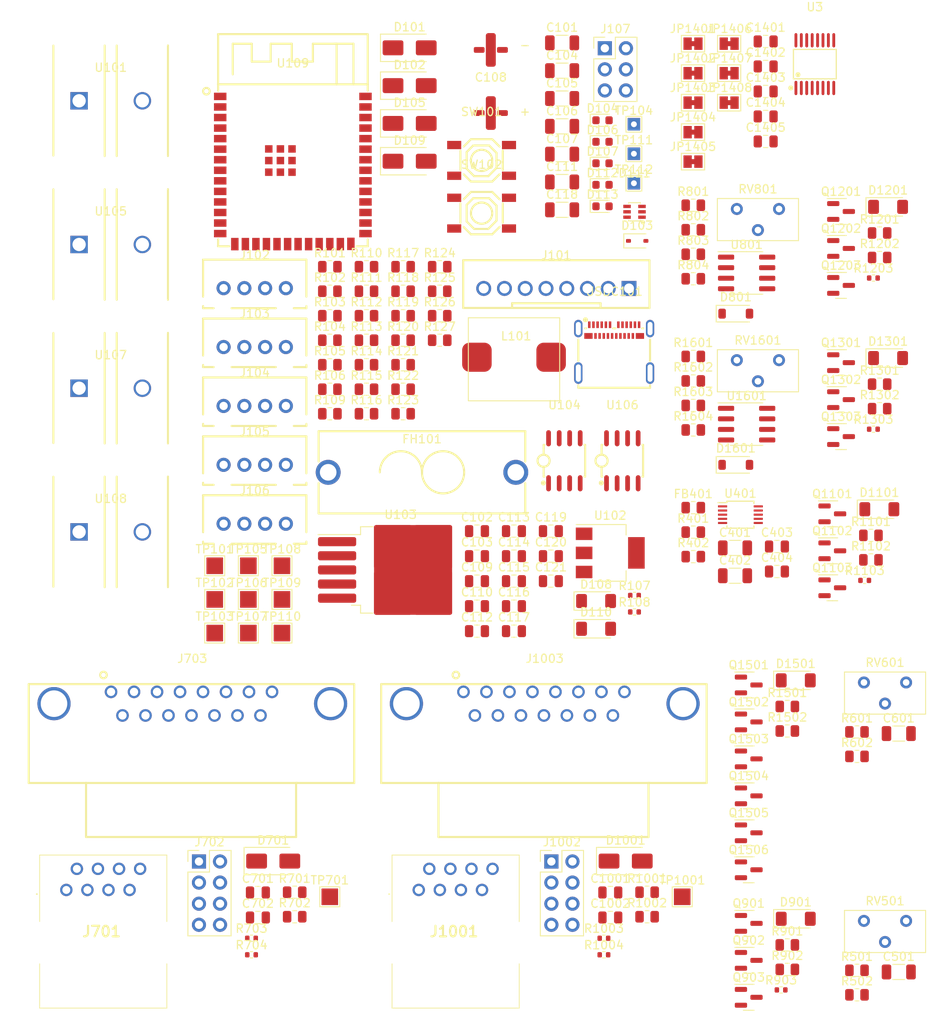
<source format=kicad_pcb>
(kicad_pcb (version 20221018) (generator pcbnew)
  (layers (0 "F.Cu" signal) (31 "B.Cu" signal) (34 "B.Paste" user) (35 "F.Paste" user) (36 "B.SilkS" user "B.Silkscreen") (37 "F.SilkS" user "F.Silkscreen") (38 "B.Mask" user) (39 "F.Mask" user) (44 "Edge.Cuts" user))
  (net 0 "")
  (net 1 "GND")
  (net 2 "+5V")
  (net 3 "+3.3V")
  (net 4 "/Aux1_Filt")
  (net 5 "/Aux2_Filt")
  (net 6 "/5vB4Diode")
  (net 7 "+24V")
  (net 8 "/ADC_ADS1115/Press0ADC_Filt")
  (net 9 "/ESP_EN")
  (net 10 "Net-(C401-Pad1)")
  (net 11 "Net-(U401-VDD)")
  (net 12 "/ADC_ADS1115/Press1ADC_Filt")
  (net 13 "/DualExternalConnector1/Filament_Status{slash}SP2")
  (net 14 "/DualExternalConnector1/SP1")
  (net 15 "/EC1_SP2")
  (net 16 "/EC1_SP1")
  (net 17 "Net-(U3-C1+)")
  (net 18 "/USB_D-")
  (net 19 "/USB_D+")
  (net 20 "Net-(U3-C1-)")
  (net 21 "Net-(U3-V+)")
  (net 22 "/5vSwitchingNode")
  (net 23 "Net-(U3-C2+)")
  (net 24 "Net-(U3-C2-)")
  (net 25 "Net-(U3-V-)")
  (net 26 "Net-(D103-A)")
  (net 27 "Net-(D104-K)")
  (net 28 "Net-(D106-K)")
  (net 29 "Net-(D107-K)")
  (net 32 "/ESP_TXD")
  (net 33 "/ESP_RXD")
  (net 34 "/ESP_IO0")
  (net 36 "Net-(D113-A)")
  (net 37 "Net-(D801-K)")
  (net 38 "Net-(D801-A)")
  (net 39 "Net-(D901-A)")
  (net 40 "Net-(USBC101-CC2)")
  (net 41 "Net-(USBC101-CC1)")
  (net 42 "Net-(D1201-A)")
  (net 43 "Net-(D1301-A)")
  (net 44 "Net-(D1501-A)")
  (net 45 "Net-(D1601-K)")
  (net 46 "Net-(D1601-A)")
  (net 47 "/PwrIn")
  (net 48 "Net-(J106-Pin_2)")
  (net 49 "Net-(U401-ADDR)")
  (net 50 "Net-(J106-Pin_3)")
  (net 51 "Net-(J106-Pin_4)")
  (net 52 "/Tx_D_R1")
  (net 53 "/Rx_D_R1")
  (net 55 "/IdealishDiode/Din")
  (net 57 "Net-(D112-A)")
  (net 58 "/DualExternalConnector1/Degas")
  (net 59 "/DualExternalConnector/Degas")
  (net 60 "Net-(D1101-A)")
  (net 61 "Net-(JP1402-A)")
  (net 62 "Net-(JP1403-A)")
  (net 63 "Net-(JP1404-A)")
  (net 64 "/I2C_SCL")
  (net 65 "/I2C_SDA")
  (net 66 "/BT1")
  (net 67 "/BT2")
  (net 68 "/BT3")
  (net 69 "/BT4")
  (net 70 "/BT5")
  (net 71 "/ADC_ADS1115/Alert")
  (net 72 "/BT6")
  (net 73 "/DualExternalConnector1/PowerIn")
  (net 74 "Net-(JP1405-B)")
  (net 75 "/DualExternalConnector1/Raw_Analog_Measurement")
  (net 76 "/DualExternalConnector1/Identification")
  (net 88 "/DualExternalConnector1/Relay_SP2 | Rs232Rx")
  (net 89 "/DualExternalConnector1/Relay_SP1 | Rs232Tx")
  (net 90 "/DualExternalConnector1/Thresh_A")
  (net 91 "/DualExternalConnector1/Relay_SP")
  (net 93 "/DualExternalConnector1/Relay_Filament_Status")
  (net 94 "/DualExternalConnector1/RS232_Tx")
  (net 95 "/DualExternalConnector1/RS232_Rx")
  (net 97 "/DualExternalConnector/PowerIn")
  (net 98 "/Press0ADC_Raw")
  (net 99 "/DualExternalConnector/Identification")
  (net 100 "/DualExternalConnector/Relay_SP2 | Rs232Rx")
  (net 101 "/DualExternalConnector/Relay_SP1 | Rs232Tx")
  (net 102 "/DualExternalConnector/Thresh_A")
  (net 103 "/DualExternalConnector/Relay_SP")
  (net 104 "Net-(JP1406-A)")
  (net 105 "/DualExternalConnector/Relay_Filament_Status")
  (net 106 "Net-(JP1407-B)")
  (net 107 "Net-(JP1408-A)")
  (net 108 "Net-(Q903-G)")
  (net 109 "Net-(Q903-D)")
  (net 110 "Net-(Q1103-G)")
  (net 111 "Net-(Q1103-D)")
  (net 112 "/RS232 - TTL/Rx_D1")
  (net 113 "Net-(Q1203-G)")
  (net 114 "/RS232 - TTL/Tx_D1")
  (net 115 "Net-(Q1203-D)")
  (net 116 "/RS232 - TTL/Tx_D2")
  (net 117 "Net-(Q1303-G)")
  (net 118 "/RS232 - TTL/Rx_D2")
  (net 119 "Net-(Q1303-D)")
  (net 120 "Net-(R110-Pad1)")
  (net 121 "Net-(R115-Pad1)")
  (net 122 "Net-(U109-IO3)")
  (net 123 "Net-(R501-Pad1)")
  (net 124 "Net-(R601-Pad1)")
  (net 125 "Net-(R801-Pad1)")
  (net 126 "Net-(R801-Pad2)")
  (net 127 "Net-(R802-Pad1)")
  (net 128 "/HighSideDriver3/Drv_In")
  (net 129 "/HighSideDriver2/Drv_In")
  (net 130 "Net-(R1601-Pad1)")
  (net 131 "Net-(R1601-Pad2)")
  (net 132 "Net-(R1602-Pad1)")
  (net 133 "/HighSideDriver/Drv_In")
  (net 134 "/HighSideDriver1/Drv_In")
  (net 135 "Net-(U109-IO45)")
  (net 136 "Net-(U109-IO46)")
  (net 137 "Net-(U109-IO8)")
  (net 138 "Net-(U104-T+)")
  (net 139 "Net-(U104-T-)")
  (net 141 "Net-(U106-T+)")
  (net 142 "Net-(U106-T-)")
  (net 144 "/SPI_SCK")
  (net 145 "/SPI_SDO")
  (net 146 "/K_CS1")
  (net 147 "/K_CS2")
  (net 148 "Net-(JP1401-A)")
  (footprint "Package_TO_SOT_SMD:SOT-23" (layer "F.Cu") (at 207.335 69.41)
    (fp_text reference "Q1203")
    (fp_text value "AO3400A")
  )
  (footprint "Capacitor_SMD:C_1206_3216Metric" (layer "F.Cu") (at 194.565 104.36)
    (fp_text reference "C402")
    (fp_text value "47uF")
  )
  (footprint "Resistor_SMD:R_0805_2012Metric" (layer "F.Cu") (at 145.765 81.91)
    (fp_text reference "R106")
    (fp_text value "4K7")
  )
  (footprint "Resistor_SMD:R_0805_2012Metric" (layer "F.Cu") (at 189.535 77.96)
    (fp_text reference "R1601")
    (fp_text value "3K")
  )
  (footprint "Resistor_SMD:R_0402_1005Metric" (layer "F.Cu") (at 182.455 108.72)
    (fp_text reference "R108")
    (fp_text value "5K6")
  )
  (footprint "Resistor_SMD:R_0805_2012Metric" (layer "F.Cu") (at 145.765 78.96)
    (fp_text reference "R105")
    (fp_text value "4K7")
  )
  (footprint "Connector_PinHeader_2.54mm:PinHeader_2x04_P2.54mm_Vertical" (layer "F.Cu") (at 129.995 138.76)
    (fp_text reference "J702")
    (fp_text value "Conn_02x04_Counter_Clockwise")
  )
  (footprint "Package_TO_SOT_SMD:SOT-23" (layer "F.Cu") (at 196.215 135.31)
    (fp_text reference "Q1505")
    (fp_text value "AO3401A")
  )
  (footprint "Resistor_SMD:R_0805_2012Metric" (layer "F.Cu") (at 209.255 126.11)
    (fp_text reference "R602")
    (fp_text value "2K7")
  )
  (footprint "Capacitor_SMD:C_1206_3216Metric" (layer "F.Cu") (at 214.285 152.06)
    (fp_text reference "C501")
    (fp_text value "10uF")
  )
  (footprint "Jumper:SolderJumper-2_P1.3mm_Bridged_Pad1.0x1.5mm" (layer "F.Cu") (at 189.505 54.51)
    (fp_text reference "JP1405")
    (fp_text value "Jumper_2_Bridged")
  )
  (footprint "Package_TO_SOT_SMD:SOT-23" (layer "F.Cu") (at 207.335 83.16)
    (fp_text reference "Q1302")
    (fp_text value "AO3401A")
  )
  (footprint "Resistor_SMD:R_0805_2012Metric" (layer "F.Cu") (at 145.765 73.06)
    (fp_text reference "R103")
    (fp_text value "4K7")
  )
  (footprint "Capacitor_SMD:C_0805_2012Metric" (layer "F.Cu") (at 167.935 105.01)
    (fp_text reference "C115")
    (fp_text value "1uf")
  )
  (footprint "Resistor_SMD:R_0805_2012Metric" (layer "F.Cu") (at 200.865 148.8)
    (fp_text reference "R901")
    (fp_text value "3K6")
  )
  (footprint "Capacitor_SMD:C_0805_2012Metric" (layer "F.Cu") (at 199.615 103.85)
    (fp_text reference "C404")
    (fp_text value "100nf")
  )
  (footprint "TestPoint:TestPoint_Pad_2.0x2.0mm" (layer "F.Cu") (at 139.995 107.21)
    (fp_text reference "TP109")
    (fp_text value "SW_GND")
  )
  (footprint "Resistor_SMD:R_0805_2012Metric" (layer "F.Cu") (at 145.765 76.01)
    (fp_text reference "R104")
    (fp_text value "4K7")
  )
  (footprint "Diode_SMD:D_SOD-323" (layer "F.Cu") (at 182.78 64.05)
    (fp_text reference "D103")
    (fp_text value "1N5819WS")
  )
  (footprint "Resistor_SMD:R_0402_1005Metric" (layer "F.Cu") (at 136.325 149.99)
    (fp_text reference "R704")
    (fp_text value "4k7")
  )
  (footprint "Diode_SMD:D_MiniMELF" (layer "F.Cu") (at 177.83 110.745)
    (fp_text reference "D110")
    (fp_text value "ZMM3V3-M")
  )
  (footprint "Resistor_SMD:R_0805_2012Metric" (layer "F.Cu") (at 189.535 68.61)
    (fp_text reference "R804")
    (fp_text value "1K")
  )
  (footprint "Package_TO_SOT_SMD:SOT-23" (layer "F.Cu") (at 206.285 101.36)
    (fp_text reference "Q1102")
    (fp_text value "AO3401A")
  )
  (footprint "Resistor_SMD:R_0402_1005Metric" (layer "F.Cu") (at 136.325 148)
    (fp_text reference "R703")
    (fp_text value "4k7")
  )
  (footprint "Package_TO_SOT_SMD:SOT-23" (layer "F.Cu") (at 207.335 64.96)
    (fp_text reference "Q1202")
    (fp_text value "AO3401A")
  )
  (footprint "Diode_SMD:D_SMA" (layer "F.Cu") (at 138.94 138.71)
    (fp_text reference "D701")
    (fp_text value "SMAJ30CA")
  )
  (footprint "easyeda2kicad2:SOIC-8_L5.0-W4.0-P1.27-LS6.0-BL" (layer "F.Cu") (at 174.015 90.52)
    (fp_text reference "U104")
    (fp_text value "MAX6675ISA+T")
  )
  (footprint "Jumper:SolderJumper-2_P1.3mm_Bridged_Pad1.0x1.5mm" (layer "F.Cu") (at 189.505 47.41)
    (fp_text reference "JP1403")
    (fp_text value "Jumper_2_Bridged")
  )
  (footprint "Resistor_SMD:R_0805_2012Metric" (layer "F.Cu") (at 141.525 142.46)
    (fp_text reference "R701")
    (fp_text value "4K7")
  )
  (footprint "Package_TO_SOT_SMD:SOT-23" (layer "F.Cu") (at 207.335 87.61)
    (fp_text reference "Q1303")
    (fp_text value "AO3400A")
  )
  (footprint "Package_TO_SOT_SMD:SOT-23" (layer "F.Cu") (at 196.215 126.41)
    (fp_text reference "Q1503")
    (fp_text value "AO3401A")
  )
  (footprint "Capacitor_SMD:C_1206_3216Metric" (layer "F.Cu") (at 173.735 43.56)
    (fp_text reference "C104")
    (fp_text value "47uF")
  )
  (footprint "Resistor_SMD:R_0805_2012Metric" (layer "F.Cu") (at 211.985 63.1)
    (fp_text reference "R1201")
    (fp_text value "3K6")
  )
  (footprint "Diode_SMD:D_MiniMELF" (layer "F.Cu") (at 201.88 145.655)
    (fp_text reference "D901")
    (fp_text value "ZMM5V6-M")
  )
  (footprint "TestPoint:TestPoint_THTPad_1.5x1.5mm_Drill0.7mm" (layer "F.Cu") (at 182.385 50.01)
    (fp_text reference "TP104")
    (fp_text value "IO_45")
  )
  (footprint "Resistor_SMD:R_0805_2012Metric" (layer "F.Cu") (at 150.175 84.86)
    (fp_text reference "R116")
    (fp_text value "10K")
  )
  (footprint "Resistor_SMD:R_0805_2012Metric" (layer "F.Cu") (at 189.535 102.06)
    (fp_text reference "R402")
    (fp_text value "4K7")
  )
  (footprint "easyeda2kicad2:CONN-TH_B4B-XH-A-LF-SN" (layer "F.Cu") (at 136.715 83.92)
    (fp_text reference "J104")
    (fp_text value "Conn_01x04")
  )
  (footprint "Capacitor_SMD:C_0805_2012Metric" (layer "F.Cu") (at 172.385 102)
    (fp_text reference "C120")
    (fp_text value "100nf")
  )
  (footprint "Resistor_SMD:R_0805_2012Metric" (layer "F.Cu") (at 211.985 66.05)
    (fp_text reference "R1202")
    (fp_text value "10K")
  )
  (footprint "Capacitor_SMD:C_1206_3216Metric" (layer "F.Cu") (at 173.735 50.26)
    (fp_text reference "C106")
    (fp_text value "47uF")
  )
  (footprint "Diode_SMD:D_SOD-123" (layer "F.Cu") (at 194.66 72.81)
    (fp_text reference "D801")
    (fp_text value "1N4148W")
  )
  (footprint "Resistor_SMD:R_0805_2012Metric" (layer "F.Cu") (at 189.535 83.86)
    (fp_text reference "R1603")
    (fp_text value "1K2")
  )
  (footprint "Capacitor_SMD:C_0805_2012Metric" (layer "F.Cu") (at 172.385 98.99)
    (fp_text reference "C119")
    (fp_text value "1uf")
  )
  (footprint "Capacitor_SMD:C_0805_2012Metric" (layer "F.Cu") (at 199.615 100.84)
    (fp_text reference "C403")
    (fp_text value "1uf")
  )
  (footprint "Diode_SMD:D_SMA" (layer "F.Cu") (at 155.37 49.91)
    (fp_text reference "D105")
    (fp_text value "SMAJ30CA")
  )
  (footprint "easyeda2kicad:SOT-363_L2.0-W1.3-P0.65-LS2.1-BR" (layer "F.Cu") (at 182.46 60.55)
    (fp_text reference "D111")
    (fp_text value "SMF05CT1G")
  )
  (footprint "Capacitor_SMD:C_1206_3216Metric" (layer "F.Cu") (at 173.735 53.61)
    (fp_text reference "C107")
    (fp_text value "47uF")
  )
  (footprint "Capacitor_SMD:C_0805_2012Metric" (layer "F.Cu") (at 179.545 142.49)
    (fp_text reference "C1001")
    (fp_text value "1uf")
  )
  (footprint "Resistor_SMD:R_0805_2012Metric" (layer "F.Cu") (at 189.535 59.76)
    (fp_text reference "R801")
    (fp_text value "3K")
  )
  (footprint "VF_Lib:VF_L_MDA_1040" (layer "F.Cu") (at 167.945 78.055)
    (fp_text reference "L101")
    (fp_text value "47uH")
  )
  (footprint "Resistor_SMD:R_0805_2012Metric" (layer "F.Cu") (at 145.765 84.86)
    (fp_text reference "R109")
    (fp_text value "3K3")
  )
  (footprint "Resistor_SMD:R_0805_2012Metric" (layer "F.Cu") (at 189.535 96.16)
    (fp_text reference "FB401")
    (fp_text value "300m")
  )
  (footprint "Connector_PinHeader_2.54mm:PinHeader_2x03_P2.54mm_Vertical" (layer "F.Cu") (at 178.885 40.86)
    (fp_text reference "J107")
    (fp_text value "Conn_02x03_Odd_Even")
  )
  (footprint "Capacitor_SMD:C_0805_2012Metric" (layer "F.Cu") (at 163.485 108.02)
    (fp_text reference "C110")
    (fp_text value "100nf")
  )
  (footprint "Capacitor_SMD:C_1206_3216Metric" (layer "F.Cu") (at 173.735 46.91)
    (fp_text reference "C105")
    (fp_text value "47uF")
  )
  (footprint "LED_SMD:LED_0603_1608Metric" (layer "F.Cu") (at 178.605 57.3)
    (fp_text reference "D112")
    (fp_text value "LED")
  )
  (footprint "TestPoint:TestPoint_Pad_2.0x2.0mm" (layer "F.Cu") (at 188.205 143.01)
    (fp_text reference "TP1001")
    (fp_text value "ThreshA")
  )
  (footprint "Capacitor_SMD:C_0805_2012Metric" (layer "F.Cu") (at 179.545 145.5)
    (fp_text reference "C1002")
    (fp_text value "1uf")
  )
  (footprint "Potentiometer_THT:Potentiometer_Bourns_3296Y_Vertical" (layer "F.Cu") (at 215.175 145.91)
    (fp_text reference "RV501")
    (fp_text value "1K")
  )
  (footprint "easyeda2kicad2:CONN-TH_B4B-XH-A-LF-SN" (layer "F.Cu") (at 136.715 91.01)
    (fp_text reference "J105")
    (fp_text value "Conn_01x04")
  )
  (footprint "easyeda2kicad2:CONN-TH_2P-P7.62_MAX_MX25C-7.62-BK01-02P-CU-S-A" (layer "F.Cu") (at 119.37 81.785)
    (fp_text reference "U107")
    (fp_text value "MX25C-7.62-BK01-02P-CU-S-A")
  )
  (footprint "Package_TO_SOT_SMD:SOT-223-3_TabPin2" (layer "F.Cu") (at 179.535 101.61)
    (fp_text reference "U102")
    (fp_text value "AMS1117-3.3")
  )
  (footprint "Resistor_SMD:R_0805_2012Metric" (layer "F.Cu") (at 200.865 123.05)
    (fp_text reference "R1502")
    (fp_text value "10K")
  )
  (footprint "Resistor_SMD:R_0805_2012Metric" (layer "F.Cu") (at 211.985 81.3)
    (fp_text reference "R1301")
    (fp_text value "3K6")
  )
  (footprint "Resistor_SMD:R_0402_1005Metric" (layer "F.Cu") (at 210.185 104.92)
    (fp_text reference "R1103")
    (fp_text value "1K")
  )
  (footprint "easyeda2kicad:USB-C-SMD_TYPE-C-USB-18" (layer "F.Cu") (at 180.01 77.055)
    (fp_text reference "USBC101")
    (fp_text value "105450-0101")
  )
  (footprint "Package_TO_SOT_SMD:SOT-23" (layer "F.Cu") (at 196.215 121.96)
    (fp_text reference "Q1502")
    (fp_text value "AO3401A")
  )
  (footprint "Resistor_SMD:R_0805_2012Metric" (layer "F.Cu") (at 154.585 84.86)
    (fp_text reference "R123")
    (fp_text value "4K7")
  )
  (footprint "Package_TO_SOT_SMD:SOT-23" (layer "F.Cu") (at 207.335 60.51)
    (fp_text reference "Q1201")
    (fp_text value "AO3401A")
  )
  (footprint "Package_TO_SOT_SMD:SOT-23" (layer "F.Cu") (at 196.215 117.51)
    (fp_text reference "Q1501")
    (fp_text value "AO3401A")
  )
  (footprint "Resistor_SMD:R_0805_2012Metric" (layer "F.Cu") (at 200.865 120.1)
    (fp_text reference "R1501")
    (fp_text value "3K6")
  )
  (footprint "easyeda2kicad2:CONN-TH_2P-P7.62_MAX_MX25C-7.62-BK01-02P-CU-S-A" (layer "F.Cu") (at 119.37 47.185)
    (fp_text reference "U101")
    (fp_text value "MX25C-7.62-BK01-02P-CU-S-A")
  )
  (footprint "Resistor_SMD:R_0805_2012Metric" (layer "F.Cu") (at 141.525 145.41)
    (fp_text reference "R702")
    (fp_text value "4K7")
  )
  (footprint "Package_TO_SOT_SMD:SOT-23" (layer "F.Cu") (at 196.215 150.66)
    (fp_text reference "Q902")
    (fp_text value "AO3401A")
  )
  (footprint "Package_SO:SOIC-8_3.9x4.9mm_P1.27mm" (layer "F.Cu") (at 195.965 86.11)
    (fp_text reference "U1601")
    (fp_text value "LM334M")
  )
  (footprint "Resistor_SMD:R_0805_2012Metric" (layer "F.Cu") (at 145.765 70.11)
    (fp_text reference "R102")
    (fp_text value "4K7")
  )
  (footprint "Resistor_SMD:R_0805_2012Metric" (layer "F.Cu") (at 209.255 151.86)
    (fp_text reference "R501")
    (fp_text value "10K")
  )
  (footprint "Package_TO_SOT_SMD:SOT-23" (layer "F.Cu") (at 206.285 105.81)
    (fp_text reference "Q1103")
    (fp_text value "AO3400A")
  )
  (footprint "Package_SO:TSSOP-10_3x3mm_P0.5mm" (layer "F.Cu") (at 195.215 97.01)
    (fp_text reference "U401")
    (fp_text value "ADS1115IDGS")
  )
  (footprint "Diode_SMD:D_SMA" (layer "F.Cu") (at 155.37 40.81)
    (fp_text reference "D101")
    (fp_text value "SS54")
  )
  (footprint "Capacitor_SMD:C_1206_3216Metric" (layer "F.Cu") (at 194.565 101.01)
    (fp_text reference "C401")
    (fp_text value "10uF")
  )
  (footprint "SamacSys_Parts:55551621" (layer "F.Cu") (at 114.02 142.185)
    (fp_text reference "J701")
    (fp_text value "RJ45" hide)
  )
  (footprint "Resistor_SMD:R_0805_2012Metric" (layer "F.Cu") (at 158.995 73.06)
    (fp_text reference "R126")
    (fp_text value "3K")
  )
  (footprint "TestPoint:TestPoint_THTPad_1.5x1.5mm_Drill0.7mm" (layer "F.Cu") (at 182.385 53.56)
    (fp_text reference "TP111")
    (fp_text value "IO_46")
  )
  (footprint "Connector_PinHeader_2.54mm:PinHeader_2x04_P2.54mm_Vertical" (layer "F.Cu") (at 172.445 138.76)
    (fp_text reference "J1002")
    (fp_text value "Conn_02x04_Counter_Clockwise")
  )
  (footprint "Potentiometer_THT:Potentiometer_Bourns_3296Y_Vertical" (layer "F.Cu") (at 199.865 60.21)
    (fp_text reference "RV801")
    (fp_text value "1K")
  )
  (footprint "Resistor_SMD:R_0805_2012Metric" (layer "F.Cu") (at 150.175 76.01)
    (fp_text reference "R113")
    (fp_text value "10K")
  )
  (footprint "Resistor_SMD:R_0805_2012Metric" (layer "F.Cu") (at 150.175 81.91)
    (fp_text reference "R115")
    (fp_text value "10K")
  )
  (footprint "Diode_SMD:D_MiniMELF" (layer "F.Cu") (at 211.95 96.355)
    (fp_text reference "D1101")
    (fp_text value "ZMM5V6-M")
  )
  (footprint "Capacitor_SMD:C_1206_3216Metric" (layer "F.Cu") (at 214.285 123.36)
    (fp_text reference "C601")
    (fp_text value "10uF")
  )
  (footprint "Resistor_SMD:R_0805_2012Metric" (layer "F.Cu") (at 154.585 81.91)
    (fp_text reference "R122")
    (fp_text value "4K7")
  )
  (footprint "Package_TO_SOT_SMD:SOT-23" (layer "F.Cu") (at 207.335 78.71)
    (fp_text reference "Q1301")
    (fp_text value "AO3401A")
  )
  (footprint "Resistor_SMD:R_0805_2012Metric" (layer "F.Cu") (at 183.975 145.41)
    (fp_text reference "R1002")
    (fp_text value "4K7")
  )
  (footprint "Package_TO_SOT_SMD:SOT-23" (layer "F.Cu") (at 196.215 139.76)
    (fp_text reference "Q1506")
    (fp_text value "AO3401A")
  )
  (footprint "Capacitor_SMD:C_0805_2012Metric" (layer "F.Cu") (at 137.095 145.5)
    (fp_text reference "C702")
    (fp_text value "1uf")
  )
  (footprint "Capacitor_SMD:C_0805_2012Metric" (layer "F.Cu") (at 172.385 105.01)
    (fp_text reference "C121")
    (fp_text value "1uf")
  )
  (footprint "Diode_SMD:D_MiniMELF" (layer "F.Cu") (at 213 78.155)
    (fp_text reference "D1301")
    (fp_text value "ZMM5V6-M")
  )
  (footprint "Jumper:SolderJumper-2_P1.3mm_Bridged_Pad1.0x1.5mm" (layer "F.Cu") (at 193.855 43.86)
    (fp_text reference "JP1407")
    (fp_text value "Jumper_2_Bridged")
  )
  (footprint "TestPoint:TestPoint_Pad_2.0x2.0mm" (layer "F.Cu") (at 139.995 111.26)
    (fp_text reference "TP110")
    (fp_text value "SW_GND")
  )
  (footprint "Resistor_SMD:R_0805_2012Metric" (layer "F.Cu") (at 145.765 67.16)
    (fp_text reference "R101")
    (fp_text value "4K7")
  )
  (footprint "easyeda2kicad2:DSUB-TH_Z-SUBDRBM602A002" (layer "F.Cu") (at 129.195 119.76)
    (fp_text reference "J703")
    (fp_text value "DA15_Plug")
  )
  (footprint "Resistor_SMD:R_0402_1005Metric" (layer "F.Cu") (at 211.235 86.72)
    (fp_text reference "R1303")
    (fp_text value "1K")
  )
  (footprint "LED_SMD:LED_0603_1608Metric" (layer "F.Cu") (at 178.605 49.53)
    (fp_text reference "D104")
    (fp_text value "LED")
  )
  (footprint "TestPoint:TestPoint_Pad_2.0x2.0mm" (layer "F.Cu") (at 135.945 103.16)
    (fp_text reference "TP105")
    (fp_text value "TP+24")
  )
  (footprint "TestPoint:TestPoint_Pad_2.0x2.0mm" (layer "F.Cu") (at 135.945 107.21)
    (fp_text reference "TP106")
    (fp_text value "TP_GND")
  )
  (footprint "TestPoint:TestPoint_THTPad_1.5x1.5mm_Drill0.7mm" (layer "F.Cu") (at 182.385 57.11)
    (fp_text reference "TP112")
    (fp_text value "IO_8")
  )
  (footprint "easyeda2kicad2:SOIC-8_L5.0-W4.0-P1.27-LS6.0-BL" (layer "F.Cu") (at 180.995 90.52)
    (fp_text reference "U106")
    (fp_text value "MAX6675ISA+T")
  )
  (footprint "Diode_SMD:D_SMA" (layer "F.Cu") (at 155.37 45.36)
    (fp_text reference "D102")
    (fp_text value "SS54")
  )
  (footprint "Package_TO_SOT_SMD:SOT-23" (layer "F.Cu") (at 196.215 155.11)
    (fp_text reference "Q903")
    (fp_text value "AO3400A")
  )
  (footprint "Resistor_SMD:R_0805_2012Metric" (layer "F.Cu") (at 211.985 84.25)
    (fp_text reference "R1302")
    (fp_text value "10K")
  )
  (footprint "Resistor_SMD:R_0402_1005Metric" (layer "F.Cu") (at 178.775 148)
    (fp_text reference "R1003")
    (fp_text value "4k7")
  )
  (footprint "Capacitor_SMD:C_0805_2012Metric" (layer "F.Cu") (at 163.485 98.99)
    (fp_text reference "C102")
    (fp_text value "100nf")
  )
  (footprint "easyeda2kicad2:TSSOP-16_L5.0-W4.4-P0.65-LS6.4-BL" (layer "F.Cu") (at 204.18 42.77)
    (fp_text reference "U3")
    (fp_text value "SP3232EEY-L/TR")
  )
  (footprint "Jumper:SolderJumper-2_P1.3mm_Bridged_Pad1.0x1.5mm" (layer "F.Cu") (at 193.855 40.31)
    (fp_text reference "JP1406")
    (fp_text value "Jumper_2_Bridged")
  )
  (footprint "LED_SMD:LED_0603_1608Metric" (layer "F.Cu") (at 178.605 54.71)
    (fp_text reference "D107")
    (fp_text value "LED")
  )
  (footprint "Capacitor_SMD:C_1206_3216Metric" (layer "F.Cu") (at 173.735 56.96)
    (fp_text reference "C111")
    (fp_text value "47uF")
  )
  (footprint "Diode_SMD:D_MiniMELF" (layer "F.Cu") (at 201.88 116.955)
    (fp_text reference "D1501")
    (fp_text value "ZMM5V6-M")
  )
  (footprint "Resistor_SMD:R_0805_2012Metric" (layer "F.Cu") (at 154.585 73.06)
    (fp_text reference "R119")
    (fp_text value "4K7")
  )
  (footprint "easyeda2kicad2:FUSE-TH_L24.8-W9.8-P22.60" (layer "F.Cu") (at 156.86 91.91)
    (fp_text reference "FH101")
    (fp_text value "FH1-200CK-B")
  )
  (footprint "Resistor_SMD:R_0805_2012Metric" (layer "F.Cu") (at 158.995 67.16)
    (fp_text reference "R124")
    (fp_text value "4K7")
  )
  (footprint "Resistor_SMD:R_0402_1005Metric" (layer "F.Cu") (at 211.235 68.52)
    (fp_text reference "R1203")
    (fp_text value "1K")
  )
  (footprint "Jumper:SolderJumper-2_P1.3mm_Bridged_Pad1.0x1.5mm" (layer "F.Cu") (at 189.505 40.31)
    (fp_text reference "JP1401")
    (fp_text value "Jumper_2_Bridged")
  )
  (footprint "easyeda2kicad2:CONN-TH_B4B-XH-A-LF-SN" (layer "F.Cu") (at 136.715 69.74)
    (fp_text reference "J102")
    (fp_text value "Conn_01x04")
  )
  (footprint "Capacitor_SMD:C_0805_2012Metric" (layer "F.Cu") (at 198.255 49.07)
    (fp_text reference "C1404")
    (fp_text value "100nf")
  )
  (footprint "easyeda2kicad2:CONN-TH_B4B-XH-A-LF-SN" (layer "F.Cu") (at 136.715 98.1)
    (fp_text reference "J106")
    (fp_text value "Conn_01x04")
  )
  (footprint "easyeda2kicad2:CONN-TH_2P-P7.62_MAX_MX25C-7.62-BK01-02P-CU-S-A" (layer "F.Cu") (at 119.37 99.085)
    (fp_text reference "U108")
    (fp_text value "MX25C-7.62-BK01-02P-CU-S-A")
  )
  (footprint "Capacitor_SMD:C_1206_3216Metric" (layer "F.Cu") (at 173.735 40.21)
    (fp_text reference "C101")
    (fp_text value "47uF")
  )
  (footprint "Capacitor_SMD:C_0805_2012Metric" (layer "F.Cu") (at 137.095 142.49)
    (fp_text reference "C701")
    (fp_text value "1uf")
  )
  (footprint "Potentiometer_THT:Potentiometer_Bourns_3296Y_Vertical" (layer "F.Cu") (at 199.865 78.41)
    (fp_text reference "RV1601")
    (fp_text value "1K")
  )
  (footprint "Resistor_SMD:R_0805_2012Metric" (layer "F.Cu") (at 200.865 151.75)
    (fp_text reference "R902")
    (fp_text value "10K")
  )
  (footprint "Resistor_SMD:R_0805_2012Metric" (layer "F.Cu") (at 150.175 73.06)
    (fp_text reference "R112")
    (fp_text value "4K7")
  )
  (footprint "LED_SMD:LED_0603_1608Metric" (layer "F.Cu") (at 178.605 52.12)
    (fp_text reference "D106")
    (fp_text value "LED")
  )
  (footprint "Resistor_SMD:R_0805_2012Metric" (layer "F.Cu") (at 158.995 76.01)
    (fp_text reference "R127")
    (fp_text value "100K")
  )
  (footprint "LED_SMD:LED_0603_1608Metric" (layer "F.Cu") (at 178.605 59.89)
    (fp_text reference "D113")
    (fp_text value "LED")
  )
  (footprint "Diode_SMD:D_MiniMELF" (layer "F.Cu") (at 177.83 107.405)
    (fp_text reference "D108")
    (fp_text value "ZMM3V3-M")
  )
  (footprint "Potentiometer_THT:Potentiometer_Bourns_3296Y_Vertical" (layer "F.Cu") (at 215.175 117.21)
    (fp_text reference "RV601")
    (fp_text value "1K")
  )
  (footprint "Resistor_SMD:R_0805_2012Metric" (layer "F.Cu") (at 210.935 99.5)
    (fp_text reference "R1101")
    (fp_text value "3K6")
  )
  (footprint "Capacitor_SMD:C_0805_2012Metric" (layer "F.Cu") (at 167.935 98.99)
    (fp_text reference "C113")
    (fp_text value "100nf")
  )
  (footprint "TestPoint:TestPoint_Pad_2.0x2.0mm" (layer "F.Cu") (at 131.895 111.26)
    (fp_text reference "TP103")
    (fp_text value "TP+PwrIn")
  )
  (footprint "Resistor_SMD:R_0402_1005Metric" (layer "F.Cu") (at 200.115 154.22)
    (fp_text reference "R903")
    (fp_text value "1K")
  )
  (footprint "Jumper:SolderJumper-2_P1.3mm_Bridged_Pad1.0x1.5mm" (layer "F.Cu") (at 193.855 47.41)
    (fp_text reference "JP1408")
    (fp_text value "Jumper_2_Bridged")
  )
  (footprint "Resistor_SMD:R_0805_2012Metric" (layer "F.Cu") (at 189.535 80.91)
    (fp_text reference "R1602")
    (fp_text value "33K")
  )
  (footprint "Resistor_SMD:R_0805_2012Metric" (layer "F.Cu") (at 154.585 76.01)
    (fp_text reference "R120")
    (fp_text value "10K")
  )
  (footprint "Jumper:SolderJumper-2_P1.3mm_Bridged_Pad1.0x1.5mm" (layer "F.Cu") (at 189.505 50.96)
    (fp_text reference "JP1404")
    (fp_text value "Jumper_2_Bridged")
  )
  (footprint "Package_TO_SOT_SMD:SOT-23" (layer "F.Cu") (at 206.285 96.91)
    (fp_text reference "Q1101")
    (fp_text value "AO3401A")
  )
  (footprint "Resistor_SMD:R_0805_2012Metric" (layer "F.Cu") (at 150.175 70.11)
    (fp_text reference "R111")
    (fp_text value "4K7")
  )
  (footprint "TestPoint:TestPoint_Pad_2.0x2.0mm" (layer "F.Cu") (at 135.945 111.26)
    (fp_text reference "TP107")
    (fp_text value "SW_GND")
  )
  (footprint "TestPoint:TestPoint_Pad_2.0x2.0mm" (layer "F.Cu") (at 131.895 107.21)
    (fp_text reference "TP102")
    (fp_text value "TP+3.3")
  )
  (footprint "Diode_SMD:D_MiniMELF" (layer "F.Cu") (at 213 59.955)
    (fp_text reference "D1201")
    (fp_text value "ZMM5V6-M")
  )
  (footprint "Resistor_SMD:R_0402_1005Metric" (layer "F.Cu") (at 182.455 106.73)
    (fp_text reference "R107")
    (fp_text value "5K6")
  )
  (footprint "Resistor_SMD:R_0805_2012Metric" (layer "F.Cu") (at 183.975 142.46)
    (fp_text reference "R1001")
    (fp_text value "4K7")
  )
  (footprint "Package_TO_SOT_SMD:SOT-23" (layer "F.Cu") (at 196.215 146.21)
    (fp_text reference "Q901")
    (fp_text value "AO3401A")
  )
  (footprint "easyeda2kicad2:CONN-TH_2P-P7.62_MAX_MX25C-7.62-BK01-02P-CU-S-A" (layer "F.Cu") (at 119.37 64.485)
    (fp_text reference "U105")
    (fp_text value "MX25C-7.62-BK01-02P-CU-S-A")
  )
  (footprint "Package_TO_SOT_SMD:TO-263-5_TabPin3" (layer "F.Cu") (at 154.285 103.66)
    (fp_text reference "U103")
    (fp_text value "LM2596S-5")
  )
  (footprint "Resistor_SMD:R_0805_2012Metric" (layer "F.Cu") (at 150.175 78.96)
    (fp_text reference "R114")
    (fp_text value "3K3")
  )
  (footprint "Resistor_SMD:R_0805_2012Metric" (layer "F.Cu") (at 150.175 67.16)
    (fp_text reference "R110")
    (fp_text value "10K")
  )
  (footprint "easyeda2kicad2:CONN-TH_B4B-XH-A-LF-SN" (layer "F.Cu") (at 136.715 76.83)
    (fp_text reference "J103")
    (fp_text value "Conn_01x04")
  )
  (footprint "TestPoint:TestPoint_Pad_2.0x2.0mm" (layer "F.Cu") (at 131.895 103.16)
    (fp_text reference "TP101")
    (fp_text value "TP+5v")
  )
  (footprint "Capacitor_SMD:C_0805_2012Metric" (layer "F.Cu") (at 198.255 52.08)
    (fp_text reference "C1405")
    (fp_text value "100nf")
  )
  (footprint "Resistor_SMD:R_0805_2012Metric" (layer "F.Cu") (at 189.535 62.71)
    (fp_text reference "R802")
    (fp_text value "33K")
  )
  (footprint "TestPoint:TestPoint_Pad_2.0x2.0mm" (layer "F.Cu") (at 145.755 143.01)
    (fp_text reference "TP701")
    (fp_text value "ThreshA")
  )
  (footprint "easyeda2kicad:WIRELM-SMD_ESP32-S3-WROOM-1" (layer "F.Cu") (at 141.305 55.55)
    (fp_text reference "U109")
    (fp_text value "ESP32-S3-WROOM-1(N16R2)")
  )
  (footprint "Capacitor_SMD:C_0805_2012Metric" (layer "F.Cu") (at 198.255 40.04)
    (fp_text reference "C1401")
    (fp_text value "100nf")
  )
  (footprint "Capacitor_SMD:C_0805_2012Metric" (layer "F.Cu") (at 163.485 111.03)
    (fp_text reference "C112")
    (fp_text value "100nf")
  )
  (footprint "Capacitor_SMD:C_0805_2012Metric" (layer "F.Cu") (at 163.485 102)
    (fp_text reference "C103")
    (fp_text value "100nf")
  )
  (footprint "Capacitor_SMD:C_1206_3216Metric" (layer "F.Cu") (at 173.735 60.31)
    (fp_text reference "C118")
    (fp_text value "47uF")
  )
  (footprint "Resistor_SMD:R_0805_2012Metric" (layer "F.Cu") (at 189.535 65.66)
    (fp_text reference "R803")
    (fp_text value "1K2")
  )
  (footprint "Package_SO:SOIC-8_3.9x4.9mm_P1.27mm" (layer "F.Cu") (at 195.965 67.91)
    (fp_text reference "U801")
    (fp_text value "LM334M")
  )
  (footprint "Resistor_SMD:R_0805_2012Metric" (layer "F.Cu") (at 209.255 154.81)
    (fp_text reference "R502")
    (fp_text value "2K7")
  )
  (footprint "easyeda2kicad:SW-SMD_4P-L5.1-W5.1-P3.70-LS6.5-TL-2" (layer "F.Cu") (at 164.04 60.71)
    (fp_text reference "SW102")
    (fp_text value "TS-1187A-B-A-B")
  )
  (footprint "Resistor_SMD:R_0805_2012Metric" (layer "F.Cu") (at 210.935 102.45)
    (fp_text reference "R1102")
    (fp_text value "10K")
  )
  (footprint "Resistor_SMD:R_0805_2012Metric" (layer "F.Cu") (at 209.255 123.16)
    (fp_text reference "R601")
    (fp_text value "10K")
  )
  (footprint "Resistor_SMD:R_0805_2012Metric" (layer "F.Cu") (at 154.585 78.96)
    (fp_text reference "R121")
    (fp_text value "4K7")
  )
  (footprint "Diode_SMD:D_SMA" (layer "F.Cu") (at 155.37 54.46)
    (fp_text reference "D109")
    (fp_text value "SS54")
  )
  (footprint "TestPoint:TestPoint_Pad_2.0x2.0mm" (layer "F.Cu") (at 139.995 103.16)
    (fp_text reference "TP108")
    (fp_text value "SW_GND")
  )
  (footprint "Package_TO_SOT_SMD:SOT-23" (layer "F.Cu") (at 196.215 130.86)
    (fp_text reference "Q1504")
    (fp_text value "AO3401A")
  )
  (footprint "Capacitor_SMD:C_0805_2012Metric" (layer "F.Cu") (at 167.935 108.02)
    (fp_text reference "C116")
    (fp_text value "100nf")
  )
  (footprint "Resistor_SMD:R_0805_2012Metric" (layer "F.Cu") (at 154.585 67.16)
    (fp_text reference "R117")
    (fp_text value "10K")
  )
  (footprint "Diode_SMD:D_SMA" (layer "F.Cu") (at 181.39 138.71)
    (fp_text reference "D1001")
    (fp_text value "SMAJ30CA")
  )
  (footprint "easyeda2kicad2:DSUB-TH_Z-SUBDRBM602A002" (layer "F.Cu") (at 171.645 119.76)
    (fp_text reference "J1003")
    (fp_text value "DA15_Plug")
  )
  (footprint "Resistor_SMD:R_0402_1005Metric" (layer "F.Cu") (at 178.775 149.99)
    (fp_text reference "R1004")
    (fp_text value "4k7")
  )
  (footprint "Diode_SMD:D_SOD-123" (layer "F.Cu") (at 194.66 91.01)
    (fp_text reference "D1601")
    (fp_text value "1N4148W")
  )
  (footprint "Capacitor_SMD:C_0805_2012Metric" (layer "F.Cu") (at 198.255 43.05)
    (fp_text reference "C1402")
    (fp_text value "1uf")
  )
  (footprint "Resistor_SMD:R_0805_2012Metric" (layer "F.Cu") (at 158.995 70.11)
    (fp_text reference "R125")
    (fp_text value "10K")
  )
  (footprint "Resistor_SMD:R_0805_2012Metric" (layer "F.Cu") (at 154.585 70.11)
    (fp_text reference "R118")
    (fp_text value "4K7")
  )
  (footprint "VF_Lib:VF_C_Panasonic_ZA_SizeG_VibrationProof" (layer "F.Cu") (at 165.15 44.86)
    (fp_text reference "C108")
    (fp_text value "220uF")
  )
  (footprint "Capacitor_SMD:C_0805_2012Metric" (layer "F.Cu") (at 167.935 111.03)
    (fp_text reference "C117")
    (fp_text value "1uf")
  )
  (footprint "easyeda2kicad2:CONN-TH_B8B-XH-A-LF-SN" (layer "F.Cu") (at 173.045 69.775)
    (fp_text reference "J101")
    (fp_text value "B8B-XH-A (LF)(SN)")
  )
  (footprint "Resistor_SMD:R_0805_2012Metric" (layer "F.Cu") (at 189.535 99.11)
    (fp_text reference "R401")
    (fp_text value "10R")
  )
  (footprint "Capacitor_SMD:C_0805_2012Metric" (layer "F.Cu") (at 198.255 46.06)
    (fp_text reference "C1403")
    (fp_text value "100nf")
  )
  (footprint "SamacSys_Parts:55551621" (layer "F.Cu") (at 156.47 142.185)
    (fp_text reference "J1001")
    (fp_text value "RJ45" hide)
  )
  (footprint "Resistor_SMD:R_0805_2012Metric" (layer "F.Cu") (at 189.535 86.81)
    (fp_text reference "R1604")
    (fp_text value "1K")
  )
  (footprint "Capacitor_SMD:C_0805_2012Metric" (layer "F.Cu") (at 163.485 105.01)
    (fp_text reference "C109")
    (fp_text value "1uf")
  )
  (footprint "Jumper:SolderJumper-2_P1.3mm_Bridged_Pad1.0x1.5mm" (layer "F.Cu") (at 189.505 43.86)
    (fp_text reference "JP1402")
    (fp_text value "Jumper_2_Bridged")
  )
  (footprint "Capacitor_SMD:C_0805_2012Metric" (layer "F.Cu") (at 167.935 102)
    (fp_text reference "C114")
    (fp_text value "100nf")
  )
  (footprint "easyeda2kicad:SW-SMD_4P-L5.1-W5.1-P3.70-LS6.5-TL-2" (layer "F.Cu") (at 164.04 54.36)
    (fp_text reference "SW101")
    (fp_text value "TS-1187A-B-A-B")
  )
)
</source>
